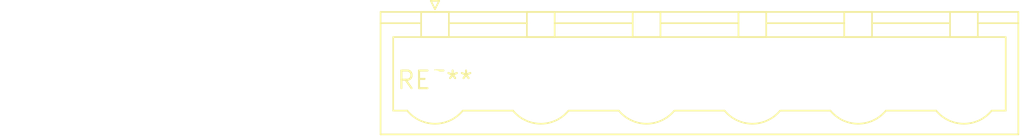
<source format=kicad_pcb>
(kicad_pcb (version 20240108) (generator pcbnew)
  (layers (0 "F.Cu" signal) (31 "B.Cu" signal) (34 "B.Paste" user) (35 "F.Paste" user) (36 "B.SilkS" user "B.Silkscreen") (37 "F.SilkS" user "F.Silkscreen") (38 "B.Mask" user) (39 "F.Mask" user) (44 "Edge.Cuts" user))
  (net 0 "")
  (footprint "PhoenixContact_GMSTBVA_2,5_6-G-7,62_1x06_P7.62mm_Vertical" (layer "F.Cu") (at 0 0)
    (property "Reference" "REF**")
    (property "Value" "PhoenixContact_GMSTBVA_2,5_6-G-7,62_1x06_P7.62mm_Vertical")
    (fp_line (start -3.92 -4.91) (end -3.92 3.91) (layer "F.SilkS") (stroke (width 0.12)))
    (fp_line (start -3.92 -4.1) (end -1.11 -4.1) (layer "F.SilkS") (stroke (width 0.12)))
    (fp_line (start -3.92 3.91) (end 42.02 3.91) (layer "F.SilkS") (stroke (width 0.12)))
    (fp_line (start -3.01 -3.1) (end 41.11 -3.1) (layer "F.SilkS") (stroke (width 0.12)))
    (fp_line (start -3.01 2.2) (end -3.01 -3.1) (layer "F.SilkS") (stroke (width 0.12)))
    (fp_line (start -2 2.2) (end -3.01 2.2) (layer "F.SilkS") (stroke (width 0.12)))
    (fp_line (start -1 -4.91) (end 1 -4.91) (layer "F.SilkS") (stroke (width 0.12)))
    (fp_line (start -1 -3.1) (end -1 -4.91) (layer "F.SilkS") (stroke (width 0.12)))
    (fp_line (start -0.3 -5.71) (end 0.3 -5.71) (layer "F.SilkS") (stroke (width 0.12)))
    (fp_line (start 0 -5.11) (end -0.3 -5.71) (layer "F.SilkS") (stroke (width 0.12)))
    (fp_line (start 0.3 -5.71) (end 0 -5.11) (layer "F.SilkS") (stroke (width 0.12)))
    (fp_line (start 1 -4.91) (end 1 -3.1) (layer "F.SilkS") (stroke (width 0.12)))
    (fp_line (start 1 -4.1) (end 6.62 -4.1) (layer "F.SilkS") (stroke (width 0.12)))
    (fp_line (start 1 -3.1) (end -1 -3.1) (layer "F.SilkS") (stroke (width 0.12)))
    (fp_line (start 2 2.2) (end 5.62 2.2) (layer "F.SilkS") (stroke (width 0.12)))
    (fp_line (start 6.62 -4.91) (end 8.62 -4.91) (layer "F.SilkS") (stroke (width 0.12)))
    (fp_line (start 6.62 -3.1) (end 6.62 -4.91) (layer "F.SilkS") (stroke (width 0.12)))
    (fp_line (start 8.62 -4.91) (end 8.62 -3.1) (layer "F.SilkS") (stroke (width 0.12)))
    (fp_line (start 8.62 -4.1) (end 14.24 -4.1) (layer "F.SilkS") (stroke (width 0.12)))
    (fp_line (start 8.62 -3.1) (end 6.62 -3.1) (layer "F.SilkS") (stroke (width 0.12)))
    (fp_line (start 9.62 2.2) (end 13.24 2.2) (layer "F.SilkS") (stroke (width 0.12)))
    (fp_line (start 14.24 -4.91) (end 16.24 -4.91) (layer "F.SilkS") (stroke (width 0.12)))
    (fp_line (start 14.24 -3.1) (end 14.24 -4.91) (layer "F.SilkS") (stroke (width 0.12)))
    (fp_line (start 16.24 -4.91) (end 16.24 -3.1) (layer "F.SilkS") (stroke (width 0.12)))
    (fp_line (start 16.24 -4.1) (end 21.86 -4.1) (layer "F.SilkS") (stroke (width 0.12)))
    (fp_line (start 16.24 -3.1) (end 14.24 -3.1) (layer "F.SilkS") (stroke (width 0.12)))
    (fp_line (start 17.24 2.2) (end 20.86 2.2) (layer "F.SilkS") (stroke (width 0.12)))
    (fp_line (start 21.86 -4.91) (end 23.86 -4.91) (layer "F.SilkS") (stroke (width 0.12)))
    (fp_line (start 21.86 -3.1) (end 21.86 -4.91) (layer "F.SilkS") (stroke (width 0.12)))
    (fp_line (start 23.86 -4.91) (end 23.86 -3.1) (layer "F.SilkS") (stroke (width 0.12)))
    (fp_line (start 23.86 -4.1) (end 29.48 -4.1) (layer "F.SilkS") (stroke (width 0.12)))
    (fp_line (start 23.86 -3.1) (end 21.86 -3.1) (layer "F.SilkS") (stroke (width 0.12)))
    (fp_line (start 24.86 2.2) (end 28.48 2.2) (layer "F.SilkS") (stroke (width 0.12)))
    (fp_line (start 29.48 -4.91) (end 31.48 -4.91) (layer "F.SilkS") (stroke (width 0.12)))
    (fp_line (start 29.48 -3.1) (end 29.48 -4.91) (layer "F.SilkS") (stroke (width 0.12)))
    (fp_line (start 31.48 -4.91) (end 31.48 -3.1) (layer "F.SilkS") (stroke (width 0.12)))
    (fp_line (start 31.48 -4.1) (end 37.1 -4.1) (layer "F.SilkS") (stroke (width 0.12)))
    (fp_line (start 31.48 -3.1) (end 29.48 -3.1) (layer "F.SilkS") (stroke (width 0.12)))
    (fp_line (start 32.48 2.2) (end 36.1 2.2) (layer "F.SilkS") (stroke (width 0.12)))
    (fp_line (start 37.1 -4.91) (end 39.1 -4.91) (layer "F.SilkS") (stroke (width 0.12)))
    (fp_line (start 37.1 -3.1) (end 37.1 -4.91) (layer "F.SilkS") (stroke (width 0.12)))
    (fp_line (start 39.1 -4.91) (end 39.1 -3.1) (layer "F.SilkS") (stroke (width 0.12)))
    (fp_line (start 39.1 -3.1) (end 37.1 -3.1) (layer "F.SilkS") (stroke (width 0.12)))
    (fp_line (start 41.11 -3.1) (end 41.11 2.2) (layer "F.SilkS") (stroke (width 0.12)))
    (fp_line (start 41.11 2.2) (end 40.1 2.2) (layer "F.SilkS") (stroke (width 0.12)))
    (fp_line (start 42.02 -4.91) (end -3.92 -4.91) (layer "F.SilkS") (stroke (width 0.12)))
    (fp_line (start 42.02 -4.1) (end 39.21 -4.1) (layer "F.SilkS") (stroke (width 0.12)))
    (fp_line (start 42.02 3.91) (end 42.02 -4.91) (layer "F.SilkS") (stroke (width 0.12)))
    (fp_arc (start 1.986842 2.215821) (mid -0.010289 3.142758) (end -2 2.2) (layer "F.SilkS") (stroke (width 0.12)))
    (fp_arc (start 9.606842 2.215821) (mid 7.609711 3.142758) (end 5.62 2.2) (layer "F.SilkS") (stroke (width 0.12)))
    (fp_arc (start 17.226842 2.215821) (mid 15.229711 3.142758) (end 13.24 2.2) (layer "F.SilkS") (stroke (width 0.12)))
    (fp_arc (start 24.846842 2.215821) (mid 22.849711 3.142758) (end 20.86 2.2) (layer "F.SilkS") (stroke (width 0.12)))
    (fp_arc (start 32.466842 2.215821) (mid 30.469711 3.142758) (end 28.48 2.2) (layer "F.SilkS") (stroke (width 0.12)))
    (fp_arc (start 40.086842 2.215821) (mid 38.089711 3.142758) (end 36.1 2.2) (layer "F.SilkS") (stroke (width 0.12)))
    (pad "1" thru_hole roundrect (at 0 0) (size 2.1 3.6) (drill 1.4) (layers *.Cu *.Mask) (remove_unused_layers) (roundrect_rratio 0.119048))
    (pad "2" thru_hole oval (at 7.62 0) (size 2.1 3.6) (drill 1.4) (layers *.Cu *.Mask) (remove_unused_layers))
    (pad "3" thru_hole oval (at 15.24 0) (size 2.1 3.6) (drill 1.4) (layers *.Cu *.Mask) (remove_unused_layers))
    (pad "4" thru_hole oval (at 22.86 0) (size 2.1 3.6) (drill 1.4) (layers *.Cu *.Mask) (remove_unused_layers))
    (pad "5" thru_hole oval (at 30.48 0) (size 2.1 3.6) (drill 1.4) (layers *.Cu *.Mask) (remove_unused_layers))
    (pad "6" thru_hole oval (at 38.1 0) (size 2.1 3.6) (drill 1.4) (layers *.Cu *.Mask) (remove_unused_layers))
  )
)
</source>
